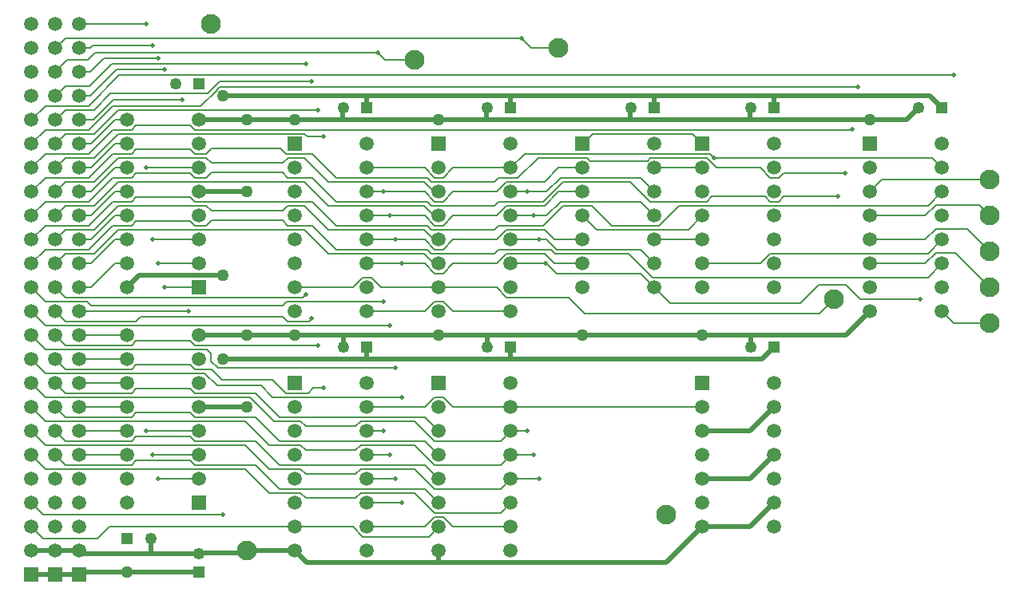
<source format=gtl>
G04*
G04 #@! TF.GenerationSoftware,Altium Limited,Altium Designer,21.9.1 (22)*
G04*
G04 Layer_Physical_Order=1*
G04 Layer_Color=255*
%FSLAX25Y25*%
%MOIN*%
G70*
G04*
G04 #@! TF.SameCoordinates,50B6A3CF-B94D-4474-A8DC-352AAF9BB712*
G04*
G04*
G04 #@! TF.FilePolarity,Positive*
G04*
G01*
G75*
%ADD24C,0.00800*%
%ADD25C,0.02000*%
%ADD26C,0.05906*%
%ADD27R,0.05906X0.05906*%
%ADD28R,0.04921X0.04921*%
%ADD29C,0.04921*%
%ADD30R,0.04921X0.04921*%
%ADD31C,0.05906*%
%ADD32R,0.05906X0.05906*%
%ADD33C,0.08268*%
%ADD34C,0.02000*%
%ADD35C,0.05000*%
D24*
X254500Y338000D02*
X257500Y335000D01*
X270000D01*
X314500Y344000D02*
X318500Y340000D01*
X330000D01*
X456000Y235000D02*
X481000D01*
X450000Y241000D02*
X456000Y235000D01*
X438500Y241000D02*
X450000D01*
X431000Y233500D02*
X438500Y241000D01*
X376500Y233500D02*
X431000D01*
X370000Y240000D02*
X376500Y233500D01*
X308280Y235847D02*
X334047D01*
X340894Y229000D01*
X439000D01*
X445000Y235000D01*
X359253Y254247D02*
X369347Y244153D01*
X484153D02*
X490000Y250000D01*
X369347Y244153D02*
X484153D01*
X136500Y338000D02*
X254500D01*
X115753Y234247D02*
X133253D01*
X135000Y232500D02*
X214778D01*
X133253Y234247D02*
X135000Y232500D01*
X216526Y234247D02*
X257000D01*
X214778Y232500D02*
X216526Y234247D01*
X216703Y225847D02*
X225847D01*
X155403Y227800D02*
X214750D01*
X216703Y225847D01*
X178280Y215847D02*
X229500D01*
X176327Y217800D02*
X178280Y215847D01*
X187894Y206300D02*
X262000D01*
X183253Y214247D02*
X185000Y212500D01*
X115753Y214247D02*
X183253D01*
X185000Y209194D02*
Y212500D01*
Y209194D02*
X187894Y206300D01*
X227611Y197999D02*
X232000D01*
X225459Y195847D02*
X227611Y197999D01*
X216153Y195847D02*
X225459D01*
X210500Y201500D02*
X216153Y195847D01*
X189500Y201500D02*
X210500D01*
X205835Y199000D02*
X210682Y194153D01*
X264500D01*
X187613Y199000D02*
X205835D01*
X185153Y205847D02*
X189500Y201500D01*
X178280Y205847D02*
X185153D01*
X115753Y204247D02*
X182366D01*
X187613Y199000D01*
X225847Y225847D02*
X227000Y227000D01*
X223347Y235847D02*
X224500Y237000D01*
X115753Y194247D02*
X201253D01*
X211347Y184153D02*
X222347D01*
X201253Y194247D02*
X211347Y184153D01*
X158000Y290000D02*
X180000D01*
X137500Y135000D02*
X142500Y140000D01*
X220000D01*
X115000Y135000D02*
X137500D01*
X163000Y250000D02*
X180000D01*
X165607Y240000D02*
X180000D01*
X165500Y240107D02*
X165607Y240000D01*
X160500Y260000D02*
X180000D01*
X158000Y180000D02*
X180000D01*
X160500Y170000D02*
X180000D01*
X163000Y160000D02*
X180000D01*
X135500Y341000D02*
X160500D01*
X130000Y350000D02*
X158000D01*
X130000Y330000D02*
X134500D01*
X140200Y335700D01*
X163000D01*
X130000Y340000D02*
X134500D01*
X135500Y341000D01*
X134500Y320000D02*
X145500Y331000D01*
X165500D01*
X143500Y333500D02*
X224500D01*
X134153Y324153D02*
X143500Y333500D01*
X130000Y320000D02*
X134500D01*
X144086Y318349D02*
X172849D01*
X135737Y310000D02*
X144086Y318349D01*
X180615Y315847D02*
X187384Y322616D01*
X151720Y315847D02*
X180615D01*
X130000Y310000D02*
X135737D01*
X124153Y324153D02*
X134153D01*
X125000Y335000D02*
X133500D01*
X136500Y338000D01*
X423873Y278000D02*
X446428D01*
X423785Y287912D02*
X449446D01*
X421720Y285847D02*
X423785Y287912D01*
X418280Y285847D02*
X421720D01*
X414127Y290000D02*
X418280Y285847D01*
X395873Y290000D02*
X414127D01*
X391720Y294153D02*
X395873Y290000D01*
X368280Y294153D02*
X391720D01*
X367075Y292948D02*
X368280Y294153D01*
X342948Y292948D02*
X367075D01*
X342936Y292936D02*
X342948Y292948D01*
X178280Y305847D02*
X452347D01*
X452500Y306000D01*
X176327Y307800D02*
X178280Y305847D01*
X188467Y323700D02*
X454925D01*
X455000Y323625D01*
X187767Y323000D02*
X188467Y323700D01*
X146661Y328661D02*
X495000D01*
X490000Y230000D02*
X495000Y225000D01*
X510000D01*
X495500Y254500D02*
X510000Y240000D01*
X487500Y254500D02*
X495500D01*
X460000Y250000D02*
X483000D01*
X487500Y254500D01*
Y264500D02*
X500500D01*
X510000Y255000D01*
X460000Y260000D02*
X483000D01*
X487500Y264500D01*
X505500Y274500D02*
X510000Y270000D01*
X487500Y274500D02*
X505500D01*
X483000Y270000D02*
X487500Y274500D01*
X460000Y270000D02*
X483000D01*
X465000Y285000D02*
X510000D01*
X460000Y280000D02*
X465000Y285000D01*
X115753Y174247D02*
X199253D01*
X209347Y164153D01*
X115753Y184247D02*
X199253D01*
X209347Y174153D01*
X222347Y184153D02*
X224500Y182000D01*
X245347D01*
X247500Y184153D01*
X305847Y175847D02*
X310000Y180000D01*
X269847Y184153D02*
X278153Y175847D01*
X305847D01*
X247500Y184153D02*
X269847D01*
X222347Y174153D02*
X224500Y172000D01*
X245347D01*
X247500Y174153D01*
X305847Y165847D02*
X310000Y170000D01*
X269847Y174153D02*
X278153Y165847D01*
X305847D01*
X247500Y174153D02*
X269847D01*
X209347D02*
X222347D01*
Y164153D02*
X224500Y162000D01*
X245347D01*
X247500Y164153D01*
X305847Y155847D02*
X310000Y160000D01*
X269847Y164153D02*
X278153Y155847D01*
X305847D01*
X247500Y164153D02*
X269847D01*
X209347D02*
X222347D01*
X115753Y164247D02*
X199253D01*
X209347Y154153D02*
X222347D01*
X199253Y164247D02*
X209347Y154153D01*
X247500D02*
X269847D01*
X278153Y145847D02*
X305847D01*
X269847Y154153D02*
X278153Y145847D01*
X203653Y165847D02*
X213653Y155847D01*
X274153D01*
X305847Y145847D02*
X310000Y150000D01*
X245347Y152000D02*
X247500Y154153D01*
X224500Y152000D02*
X245347D01*
X222347Y154153D02*
X224500Y152000D01*
X178280Y165847D02*
X203653D01*
Y175847D02*
X213653Y165847D01*
X178280Y175847D02*
X203653D01*
Y185847D02*
X213653Y175847D01*
X178280Y185847D02*
X203653D01*
Y195847D02*
X213653Y185847D01*
X178280Y195847D02*
X203653D01*
X274153Y185847D02*
X280000Y180000D01*
X213653Y185847D02*
X274153D01*
Y175847D02*
X280000Y170000D01*
X213653Y175847D02*
X274153D01*
Y165847D02*
X280000Y160000D01*
X213653Y165847D02*
X274153D01*
Y155847D02*
X280000Y150000D01*
X124153Y235847D02*
X223347D01*
X115753Y224247D02*
X259500D01*
X310000Y180000D02*
X317000D01*
X310000Y170000D02*
X319500D01*
X310000Y160000D02*
X322000D01*
X250000Y150000D02*
X264500D01*
X250000Y160000D02*
X262000D01*
X250000Y170000D02*
X259500D01*
X250000Y180000D02*
X257000D01*
X248280Y135847D02*
X275847D01*
X280000Y140000D01*
X244127D02*
X248280Y135847D01*
X224000Y304153D02*
X225153Y303000D01*
X232000D01*
X146153Y304153D02*
X224000D01*
X217153Y294153D02*
X224000D01*
X215000Y292000D02*
X217153Y294153D01*
X185153Y292000D02*
X215000D01*
X146153Y294153D02*
X183000D01*
X185153Y298000D02*
X214000D01*
X216153Y295847D01*
X227153D01*
X178280D02*
X183000D01*
Y294153D02*
X185153Y292000D01*
X183000Y295847D02*
X185153Y298000D01*
X178280Y285847D02*
X183000D01*
X217000D02*
X227153D01*
X183000D02*
X185153Y288000D01*
X214847D01*
X217000Y285847D01*
Y274153D02*
X224000D01*
X146153D02*
X183000D01*
X185153Y272000D01*
X214847D01*
X217000Y274153D01*
Y265847D02*
X227153D01*
X178280D02*
X183000D01*
X214847Y268000D02*
X217000Y265847D01*
X185153Y268000D02*
X214847D01*
X183000Y265847D02*
X185153Y268000D01*
X227153Y295847D02*
X237153Y285847D01*
X331890Y274153D02*
X343847D01*
X352153Y265847D01*
X371847D01*
X380153Y274153D01*
X484153Y274153D01*
X418280Y275847D02*
X421720D01*
X393873Y278000D02*
X416127D01*
X418280Y275847D01*
X421720D02*
X423873Y278000D01*
X368280Y275847D02*
X391720D01*
X331890Y284153D02*
X359974D01*
X391720Y275847D02*
X393873Y278000D01*
X359974Y284153D02*
X368280Y275847D01*
X313000Y285753D02*
X321400Y294153D01*
X484153Y274153D02*
X490000Y280000D01*
X384153Y264153D02*
X390000Y270000D01*
X345847Y264153D02*
X384153D01*
X340000Y270000D02*
X345847Y264153D01*
X418280Y254153D02*
X484153D01*
X490000Y260000D01*
X390000Y250000D02*
X414127D01*
X418280Y254153D01*
X328490Y254247D02*
X359253D01*
X326985Y255753D02*
X328490Y254247D01*
X304753Y255753D02*
X326985D01*
X227153Y265847D02*
X237153Y255847D01*
X310000Y250000D02*
X325000D01*
X329153Y245847D02*
X364153D01*
X325000Y250000D02*
X329153Y245847D01*
X364153D02*
X370000Y240000D01*
X364153Y255847D02*
X370000Y250000D01*
X325000Y260000D02*
X329153Y255847D01*
X364153D01*
X308280Y254153D02*
X324153D01*
X328306Y250000D01*
X340000D01*
X328306Y260000D02*
X340000D01*
X324153Y264153D02*
X328306Y260000D01*
X308280Y264153D02*
X324153D01*
X237153Y255847D02*
X275153D01*
X276847Y254153D01*
X303153D01*
X304753Y255753D01*
X323490Y265753D02*
X331890Y274153D01*
X227153Y275847D02*
X237153Y265847D01*
X310000Y260000D02*
X325000D01*
X310000Y270000D02*
X325000D01*
X330847Y275847D01*
X364153D01*
X370000Y270000D01*
X303153Y264153D02*
X304753Y265753D01*
X276847Y264153D02*
X303153D01*
X275153Y265847D02*
X276847Y264153D01*
X237153Y265847D02*
X275153D01*
X304753Y265753D02*
X323490D01*
X227153Y285847D02*
X237153Y275847D01*
X304753Y275753D02*
X323490D01*
X331890Y284153D01*
X237153Y275847D02*
X275153D01*
X364153Y285847D02*
X370000Y280000D01*
X330847Y285847D02*
X364153D01*
X325000Y280000D02*
X330847Y285847D01*
X304753Y285753D02*
X313000D01*
X342436Y293436D02*
X342436Y293436D01*
Y293436D01*
X342436D02*
X342436D01*
X275153Y275847D02*
X276847Y274153D01*
X303153D01*
X304753Y275753D01*
X308280Y274153D02*
X324153D01*
X330000Y280000D02*
X340000D01*
X324153Y274153D02*
X330000Y280000D01*
X310000D02*
X325000D01*
X324153Y284153D02*
X330000Y290000D01*
X308280Y284153D02*
X324153D01*
X330000Y290000D02*
X340000D01*
X237153Y285847D02*
X275153D01*
X342936Y292936D02*
Y292936D01*
X342436Y293436D02*
X342936Y292936D01*
X342436Y293436D02*
X342436Y293436D01*
X321400Y294153D02*
X341720D01*
X342436Y293436D01*
X303153Y284153D02*
X304753Y285753D01*
X276847Y284153D02*
X303153D01*
X395000Y294153D02*
X485847D01*
X315847Y295847D02*
X393305D01*
X395000Y294153D01*
X310000Y290000D02*
X315847Y295847D01*
X275153Y285847D02*
X276847Y284153D01*
X224000Y294153D02*
X234000Y284153D01*
X273847D02*
X278000Y280000D01*
X280000D01*
X234000Y284153D02*
X273847D01*
X224000D02*
X234000Y274153D01*
X273847D02*
X278000Y270000D01*
X280000D01*
X234000Y274153D02*
X273847D01*
X224000D02*
X234000Y264153D01*
X273847D02*
X278000Y260000D01*
X280000D01*
X234000Y264153D02*
X273847D01*
X234000Y254153D02*
X273847D01*
X278000Y250000D02*
X280000D01*
X273847Y254153D02*
X278000Y250000D01*
X224000Y264153D02*
X234000Y254153D01*
X146153Y264153D02*
X224000D01*
X146153Y284153D02*
X224000D01*
X178280Y275847D02*
X227153D01*
X281720Y245847D02*
X285873Y250000D01*
X274127D02*
X278280Y245847D01*
X250000Y250000D02*
X274127D01*
X278280Y245847D02*
X281720D01*
Y255847D02*
X285873Y260000D01*
X274127D02*
X278280Y255847D01*
X250000Y260000D02*
X274127D01*
X278280Y255847D02*
X281720D01*
Y265847D02*
X285873Y270000D01*
X274127D02*
X278280Y265847D01*
X250000Y270000D02*
X274127D01*
X278280Y265847D02*
X281720D01*
Y275847D02*
X285873Y280000D01*
X274127D02*
X278280Y275847D01*
X250000Y280000D02*
X274127D01*
X278280Y275847D02*
X281720D01*
X285873Y280000D02*
X304127D01*
X281720Y285847D02*
X285873Y290000D01*
X274127D02*
X278280Y285847D01*
X250000Y290000D02*
X274127D01*
X278280Y285847D02*
X281720D01*
X285873Y290000D02*
X310000D01*
X304127Y280000D02*
X308280Y284153D01*
X188500Y326000D02*
X227000D01*
X187384Y322616D02*
Y322621D01*
X187763Y323000D02*
X187767D01*
X187384Y322621D02*
X187763Y323000D01*
X183500Y321000D02*
X188500Y326000D01*
X143000Y321000D02*
X183500D01*
X146153Y314153D02*
X229500D01*
X124153Y344153D02*
X314500D01*
X314500Y344153D01*
X120000Y340000D02*
X124153Y344153D01*
X120000Y330000D02*
X125000Y335000D01*
X120000Y320000D02*
X124153Y324153D01*
X133753Y315753D02*
X146661Y328661D01*
X136153Y314153D02*
X143000Y321000D01*
X124153Y314153D02*
X136153D01*
X115753Y315753D02*
X133753D01*
X110000Y310000D02*
X115753Y315753D01*
X120000Y310000D02*
X124153Y314153D01*
X120000Y300000D02*
X124153Y304153D01*
X110000Y300000D02*
X115753Y305753D01*
X143847Y315847D02*
X151720D01*
X133753Y305753D02*
X143847Y315847D01*
X115753Y305753D02*
X133753D01*
X136153Y304153D02*
X146153Y314153D01*
X124153Y304153D02*
X136153D01*
X120000Y290000D02*
X124153Y294153D01*
X110000Y290000D02*
X115753Y295753D01*
X143847Y305847D02*
X151720D01*
X133753Y295753D02*
X143847Y305847D01*
X115753Y295753D02*
X133753D01*
X136153Y294153D02*
X146153Y304153D01*
X124153Y294153D02*
X136153D01*
X151720Y305847D02*
X153673Y307800D01*
X176327D01*
X120000Y280000D02*
X124153Y284153D01*
X110000Y280000D02*
X115753Y285753D01*
X143847Y295847D02*
X151720D01*
X133753Y285753D02*
X143847Y295847D01*
X115753Y285753D02*
X133753D01*
X136153Y284153D02*
X146153Y294153D01*
X124153Y284153D02*
X136153D01*
X151720Y295847D02*
X153673Y297800D01*
X176327D01*
X178280Y295847D01*
X120000Y270000D02*
X124153Y274153D01*
X110000Y270000D02*
X115753Y275753D01*
X143847Y285847D02*
X151720D01*
X133753Y275753D02*
X143847Y285847D01*
X115753Y275753D02*
X133753D01*
X136153Y274153D02*
X146153Y284153D01*
X124153Y274153D02*
X136153D01*
X151720Y285847D02*
X153673Y287800D01*
X176327D01*
X178280Y285847D01*
X120000Y260000D02*
X124153Y264153D01*
X110000Y260000D02*
X115753Y265753D01*
X143847Y275847D02*
X151720D01*
X133753Y265753D02*
X143847Y275847D01*
X115753Y265753D02*
X133753D01*
X136153Y264153D02*
X146153Y274153D01*
X124153Y264153D02*
X136153D01*
X151720Y275847D02*
X153673Y277800D01*
X176327D01*
X178280Y275847D01*
X176327Y267800D02*
X178280Y265847D01*
X153673Y267800D02*
X176327D01*
X151720Y265847D02*
X153673Y267800D01*
X124153Y254153D02*
X136153D01*
X146153Y264153D01*
X115753Y255753D02*
X133753D01*
X143847Y265847D01*
X151720D01*
X110000Y250000D02*
X115753Y255753D01*
X120000Y250000D02*
X124153Y254153D01*
X130000Y230000D02*
X175500D01*
X130000Y170000D02*
X150000D01*
X130000Y200000D02*
X150000D01*
X135000Y300000D02*
X145000Y310000D01*
X150000D01*
X130000Y300000D02*
X135000D01*
Y280000D02*
X145000Y290000D01*
X150000D01*
X130000Y280000D02*
X135000D01*
X130000Y290000D02*
X135000D01*
X145000Y300000D02*
X150000D01*
X135000Y290000D02*
X145000Y300000D01*
X135000Y260000D02*
X145000Y270000D01*
X150000D01*
X130000Y260000D02*
X135000D01*
X130000Y270000D02*
X135000D01*
X145000Y280000D02*
X150000D01*
X135000Y270000D02*
X145000Y280000D01*
X135000Y250000D02*
X145000Y260000D01*
X150000D01*
X130000Y250000D02*
X135000D01*
X130000Y240000D02*
X135000D01*
X145000Y250000D02*
X150000D01*
X135000Y240000D02*
X145000Y250000D01*
X130000Y220000D02*
X150000D01*
X130000Y210000D02*
X150000D01*
X130000Y190000D02*
X150000D01*
X130000Y180000D02*
X150000D01*
X154153Y226550D02*
Y226550D01*
X155403Y227800D01*
X124153Y225847D02*
X151914D01*
X153450Y225847D02*
X154153Y226550D01*
X151914Y225847D02*
X151914Y225847D01*
X153450D01*
X124153Y215847D02*
X151720D01*
X124153Y195847D02*
X151720D01*
X124153Y185847D02*
X151720D01*
X124153Y175847D02*
X151720D01*
X124153Y165847D02*
X151720D01*
Y165847D02*
X153673Y167800D01*
X176327D01*
X178280Y165847D01*
X151720Y175847D02*
X153673Y177800D01*
X176327D01*
X178280Y175847D01*
X151720Y185847D02*
X153673Y187800D01*
X176327D01*
X178280Y185847D01*
X151720Y215847D02*
X153673Y217800D01*
X176327D01*
X151720Y195847D02*
X153673Y197800D01*
X176327D01*
X178280Y195847D01*
X176327Y207800D02*
X178280Y205847D01*
X153673Y207800D02*
X176327D01*
X151720Y205847D02*
X153673Y207800D01*
X124153Y205847D02*
X148500D01*
X148500Y205847D02*
X151720D01*
X148500Y205847D02*
X148500Y205847D01*
X120000Y170000D02*
X124153Y165847D01*
X120000Y240000D02*
X124153Y235847D01*
X110000Y240000D02*
X115753Y234247D01*
X120000Y230000D02*
X124153Y225847D01*
X110000Y230000D02*
X115753Y224247D01*
X120000Y220000D02*
X124153Y215847D01*
X110000Y220000D02*
X115753Y214247D01*
X110000Y210000D02*
X115753Y204247D01*
X304127Y240000D02*
X308280Y235847D01*
X310000Y190000D02*
X390000D01*
X281720Y194153D02*
X285873Y190000D01*
X274127D02*
X278280Y194153D01*
X250000Y190000D02*
X274127D01*
X278280Y194153D02*
X281720D01*
X285873Y190000D02*
X310000D01*
X485847Y294153D02*
X490000Y290000D01*
X278280Y234153D02*
X281720D01*
X275847Y231720D02*
X278280Y234153D01*
X274127Y230000D02*
X275847Y231720D01*
Y231720D01*
X250000Y230000D02*
X274127D01*
X285873D02*
X310000D01*
X281720Y234153D02*
X285873Y230000D01*
X281720Y144153D02*
X285873Y140000D01*
X310000D01*
X275847Y141720D02*
Y141720D01*
X274127Y140000D02*
X275847Y141720D01*
Y141720D02*
X278280Y144153D01*
X281720D01*
X304127Y250000D02*
X308280Y254153D01*
X285873Y250000D02*
X304127D01*
Y260000D02*
X308280Y264153D01*
X285873Y260000D02*
X304127D01*
Y270000D02*
X308280Y274153D01*
X285873Y270000D02*
X304127D01*
X220000Y140000D02*
X244127D01*
X110000Y170000D02*
X115753Y164247D01*
X115000Y145000D02*
X190000D01*
X110000Y150000D02*
X115000Y145000D01*
X110000Y140000D02*
X115000Y135000D01*
X120000Y180000D02*
X124153Y175847D01*
X110000Y180000D02*
X115753Y174247D01*
X120000Y190000D02*
X124153Y185847D01*
X110000Y190000D02*
X115753Y184247D01*
X120000Y200000D02*
X124153Y195847D01*
X110000Y200000D02*
X115753Y194247D01*
X120000Y210000D02*
X124153Y205847D01*
X244127Y240000D02*
X248280Y244153D01*
X220000Y240000D02*
X244127D01*
X255873D02*
X280000D01*
X251720Y244153D02*
X255873Y240000D01*
X248280Y244153D02*
X251720D01*
X250000Y140000D02*
X274127D01*
X280000Y240000D02*
X304127D01*
X370000Y290000D02*
X390000D01*
X370000Y260000D02*
X390000D01*
X340000Y300000D02*
X344153Y304153D01*
X385847D01*
X390000Y300000D01*
D25*
X180000Y190000D02*
X200000D01*
X180000Y280000D02*
X200000D01*
X410000Y220000D02*
X450000D01*
X460000Y230000D01*
X340000Y220000D02*
X390000D01*
X410000D01*
X410157Y215000D02*
Y219843D01*
X410000Y220000D02*
X410157Y219843D01*
X300157Y220000D02*
X340000D01*
X180157D02*
X240158D01*
X300157Y215000D02*
Y220000D01*
X240158Y215000D02*
Y220000D01*
X300157D01*
X250000Y210000D02*
X310000D01*
X250000D02*
Y215000D01*
X310000Y210000D02*
Y215000D01*
X415000Y210000D02*
X420000Y215000D01*
X310000Y210000D02*
X415000D01*
X190000D02*
X250000D01*
X180000Y310000D02*
X200000D01*
X155000Y245000D02*
X190000D01*
X150000Y240000D02*
X155000Y245000D01*
X131063Y121063D02*
X180000D01*
X131063Y128937D02*
X180000D01*
X160000Y130000D02*
Y134843D01*
X159843Y135000D02*
X160000Y134843D01*
X130000Y120000D02*
X131063Y121063D01*
X130000Y130000D02*
X131063Y128937D01*
X180000Y129000D02*
X199000D01*
X200000Y130000D01*
X410000Y310000D02*
X460000D01*
X360000D02*
X410000D01*
Y314843D01*
X410157Y315000D01*
X300000Y310000D02*
X360000D01*
Y314843D01*
X360157Y315000D01*
X240000Y310000D02*
X280000D01*
X220000D02*
X240000D01*
Y314843D01*
X240158Y315000D01*
X280000Y310000D02*
X300000D01*
X200000D02*
X220000D01*
X300000D02*
Y314843D01*
X300157Y315000D01*
X460000Y310000D02*
X475157D01*
X480158Y315000D01*
X410000Y180000D02*
X420000Y190000D01*
X390000Y180000D02*
X410000D01*
Y160000D02*
X420000Y170000D01*
X390000Y160000D02*
X410000D01*
Y140000D02*
X420000Y150000D01*
X390000Y140000D02*
X410000D01*
X375000Y125000D02*
X390000Y140000D01*
X280000Y125000D02*
X375000D01*
X280000D02*
Y130000D01*
X225000Y125000D02*
X280000D01*
X200000Y130000D02*
X220000D01*
X225000Y125000D01*
X120000Y130000D02*
X130000D01*
X110000D02*
X120000D01*
X250000Y320000D02*
X310000D01*
X190000D02*
X250000D01*
Y315000D02*
Y320000D01*
X310000D02*
X370000D01*
X310000Y315000D02*
Y320000D01*
X370000D02*
X420000D01*
X370000Y315000D02*
Y320000D01*
X420000D02*
X485000D01*
X420000Y315000D02*
Y320000D01*
X485000D02*
X490000Y315000D01*
X120000Y120000D02*
X130000D01*
X110000D02*
X120000D01*
D26*
Y350000D02*
D03*
Y340000D02*
D03*
Y330000D02*
D03*
Y320000D02*
D03*
Y310000D02*
D03*
Y300000D02*
D03*
Y290000D02*
D03*
Y280000D02*
D03*
Y270000D02*
D03*
Y260000D02*
D03*
Y250000D02*
D03*
Y240000D02*
D03*
Y230000D02*
D03*
Y220000D02*
D03*
Y210000D02*
D03*
Y200000D02*
D03*
Y190000D02*
D03*
Y180000D02*
D03*
Y170000D02*
D03*
Y160000D02*
D03*
Y150000D02*
D03*
Y140000D02*
D03*
Y130000D02*
D03*
X130000Y350000D02*
D03*
Y340000D02*
D03*
Y330000D02*
D03*
Y320000D02*
D03*
Y310000D02*
D03*
Y300000D02*
D03*
Y290000D02*
D03*
Y280000D02*
D03*
Y270000D02*
D03*
Y260000D02*
D03*
Y250000D02*
D03*
Y240000D02*
D03*
Y230000D02*
D03*
Y220000D02*
D03*
Y210000D02*
D03*
Y200000D02*
D03*
Y190000D02*
D03*
Y180000D02*
D03*
Y170000D02*
D03*
Y160000D02*
D03*
Y150000D02*
D03*
Y140000D02*
D03*
Y130000D02*
D03*
X110000Y220000D02*
D03*
Y210000D02*
D03*
Y240000D02*
D03*
Y230000D02*
D03*
Y200000D02*
D03*
Y190000D02*
D03*
Y180000D02*
D03*
Y170000D02*
D03*
Y130000D02*
D03*
Y140000D02*
D03*
Y150000D02*
D03*
Y160000D02*
D03*
Y250000D02*
D03*
Y260000D02*
D03*
Y270000D02*
D03*
Y280000D02*
D03*
Y290000D02*
D03*
Y300000D02*
D03*
Y310000D02*
D03*
Y320000D02*
D03*
Y330000D02*
D03*
Y340000D02*
D03*
Y350000D02*
D03*
D27*
X120000Y120000D02*
D03*
X130000D02*
D03*
X110000D02*
D03*
D28*
X180000Y121063D02*
D03*
D29*
X180000Y128937D02*
D03*
X159843Y135000D02*
D03*
X170158Y325000D02*
D03*
X410157Y215000D02*
D03*
X480158Y315000D02*
D03*
X410157D02*
D03*
X360157D02*
D03*
X300157D02*
D03*
X240158D02*
D03*
Y215000D02*
D03*
X300157D02*
D03*
D30*
X150000Y135000D02*
D03*
X180000Y325000D02*
D03*
X420000Y215000D02*
D03*
X490000Y315000D02*
D03*
X420000D02*
D03*
X370000D02*
D03*
X310000D02*
D03*
X250000D02*
D03*
Y215000D02*
D03*
X310000D02*
D03*
D31*
X460000Y280000D02*
D03*
Y250000D02*
D03*
X490000D02*
D03*
Y280000D02*
D03*
X150000Y310000D02*
D03*
Y300000D02*
D03*
Y290000D02*
D03*
Y280000D02*
D03*
Y270000D02*
D03*
Y260000D02*
D03*
Y250000D02*
D03*
Y240000D02*
D03*
X180000Y310000D02*
D03*
Y300000D02*
D03*
Y290000D02*
D03*
Y280000D02*
D03*
Y270000D02*
D03*
Y260000D02*
D03*
Y250000D02*
D03*
X150000Y220000D02*
D03*
Y210000D02*
D03*
Y200000D02*
D03*
Y190000D02*
D03*
Y180000D02*
D03*
Y170000D02*
D03*
Y160000D02*
D03*
Y150000D02*
D03*
X180000Y220000D02*
D03*
Y210000D02*
D03*
Y200000D02*
D03*
Y190000D02*
D03*
Y180000D02*
D03*
Y170000D02*
D03*
Y160000D02*
D03*
X370000Y240000D02*
D03*
Y270000D02*
D03*
Y250000D02*
D03*
Y280000D02*
D03*
X310000Y230000D02*
D03*
Y240000D02*
D03*
Y250000D02*
D03*
Y260000D02*
D03*
Y270000D02*
D03*
Y280000D02*
D03*
Y290000D02*
D03*
Y300000D02*
D03*
X280000Y230000D02*
D03*
Y240000D02*
D03*
Y250000D02*
D03*
Y260000D02*
D03*
Y270000D02*
D03*
Y280000D02*
D03*
Y290000D02*
D03*
X370000Y260000D02*
D03*
Y290000D02*
D03*
Y300000D02*
D03*
X340000Y240000D02*
D03*
Y250000D02*
D03*
Y260000D02*
D03*
Y270000D02*
D03*
Y280000D02*
D03*
Y290000D02*
D03*
X310000Y130000D02*
D03*
Y140000D02*
D03*
Y150000D02*
D03*
Y160000D02*
D03*
Y170000D02*
D03*
Y180000D02*
D03*
Y190000D02*
D03*
Y200000D02*
D03*
X280000Y130000D02*
D03*
Y140000D02*
D03*
Y150000D02*
D03*
Y160000D02*
D03*
Y170000D02*
D03*
Y180000D02*
D03*
Y190000D02*
D03*
X250000Y130000D02*
D03*
Y140000D02*
D03*
Y150000D02*
D03*
Y160000D02*
D03*
Y170000D02*
D03*
Y180000D02*
D03*
Y190000D02*
D03*
Y200000D02*
D03*
X220000Y130000D02*
D03*
Y140000D02*
D03*
Y150000D02*
D03*
Y160000D02*
D03*
Y170000D02*
D03*
Y180000D02*
D03*
Y190000D02*
D03*
X250000Y230000D02*
D03*
Y240000D02*
D03*
Y250000D02*
D03*
Y260000D02*
D03*
Y270000D02*
D03*
Y280000D02*
D03*
Y290000D02*
D03*
Y300000D02*
D03*
X220000Y230000D02*
D03*
Y240000D02*
D03*
Y250000D02*
D03*
Y260000D02*
D03*
Y270000D02*
D03*
Y280000D02*
D03*
Y290000D02*
D03*
X490000Y270000D02*
D03*
X390000D02*
D03*
Y260000D02*
D03*
Y290000D02*
D03*
X490000Y230000D02*
D03*
Y240000D02*
D03*
Y260000D02*
D03*
Y290000D02*
D03*
Y300000D02*
D03*
X460000Y230000D02*
D03*
Y240000D02*
D03*
Y260000D02*
D03*
Y270000D02*
D03*
Y290000D02*
D03*
X390000Y280000D02*
D03*
Y250000D02*
D03*
Y240000D02*
D03*
X420000Y300000D02*
D03*
Y290000D02*
D03*
Y280000D02*
D03*
Y270000D02*
D03*
Y260000D02*
D03*
Y250000D02*
D03*
Y240000D02*
D03*
X390000Y190000D02*
D03*
Y180000D02*
D03*
Y170000D02*
D03*
Y160000D02*
D03*
Y150000D02*
D03*
Y140000D02*
D03*
X420000Y200000D02*
D03*
Y190000D02*
D03*
Y180000D02*
D03*
Y170000D02*
D03*
Y160000D02*
D03*
Y150000D02*
D03*
Y140000D02*
D03*
D32*
X180000Y240000D02*
D03*
Y150000D02*
D03*
X280000Y300000D02*
D03*
X340000D02*
D03*
X280000Y200000D02*
D03*
X220000D02*
D03*
Y300000D02*
D03*
X390000D02*
D03*
X460000D02*
D03*
X390000Y200000D02*
D03*
D33*
X330000Y340000D02*
D03*
X270000Y335000D02*
D03*
X510000Y225000D02*
D03*
Y285000D02*
D03*
Y270000D02*
D03*
Y255000D02*
D03*
Y240000D02*
D03*
X375000Y145000D02*
D03*
X445000Y235000D02*
D03*
X200000Y130000D02*
D03*
X185000Y350000D02*
D03*
D34*
X481000Y235000D02*
D03*
X254500Y338000D02*
D03*
X259500Y224247D02*
D03*
X257000Y234247D02*
D03*
X229500Y215847D02*
D03*
X262000Y206300D02*
D03*
X232000Y197999D02*
D03*
X264500Y194153D02*
D03*
X227000Y227000D02*
D03*
X224500Y237000D02*
D03*
X158000Y290000D02*
D03*
X165500Y240107D02*
D03*
X163000Y250000D02*
D03*
X160500Y260000D02*
D03*
X158000Y180000D02*
D03*
X160500Y170000D02*
D03*
X163000Y160000D02*
D03*
X160500Y341000D02*
D03*
X163000Y335700D02*
D03*
X158000Y350000D02*
D03*
X165500Y331000D02*
D03*
X224500Y333500D02*
D03*
X172849Y318349D02*
D03*
X446428Y278000D02*
D03*
X449446Y287912D02*
D03*
X452500Y306000D02*
D03*
X455000Y323625D02*
D03*
X495000Y328661D02*
D03*
X324500Y250000D02*
D03*
X322000Y260000D02*
D03*
X319500Y270000D02*
D03*
X317000Y280000D02*
D03*
Y180000D02*
D03*
X319500Y170000D02*
D03*
X322000Y160000D02*
D03*
X264500Y250000D02*
D03*
X262000Y260000D02*
D03*
X259500Y270000D02*
D03*
X257000Y280000D02*
D03*
X264500Y150000D02*
D03*
X262000Y160000D02*
D03*
X259500Y170000D02*
D03*
X257000Y180000D02*
D03*
X232000Y303000D02*
D03*
X227000Y326000D02*
D03*
X229500Y314153D02*
D03*
X314500Y344153D02*
D03*
X175500Y230000D02*
D03*
X190000Y145000D02*
D03*
X395000Y294153D02*
D03*
D35*
X200000Y190000D02*
D03*
Y280000D02*
D03*
X390000Y220000D02*
D03*
X340000D02*
D03*
X280000D02*
D03*
X220000D02*
D03*
X200000D02*
D03*
X190000Y210000D02*
D03*
Y245000D02*
D03*
X150000Y121063D02*
D03*
X280000Y310000D02*
D03*
X220000D02*
D03*
X460000D02*
D03*
X200000D02*
D03*
X190000Y320000D02*
D03*
M02*

</source>
